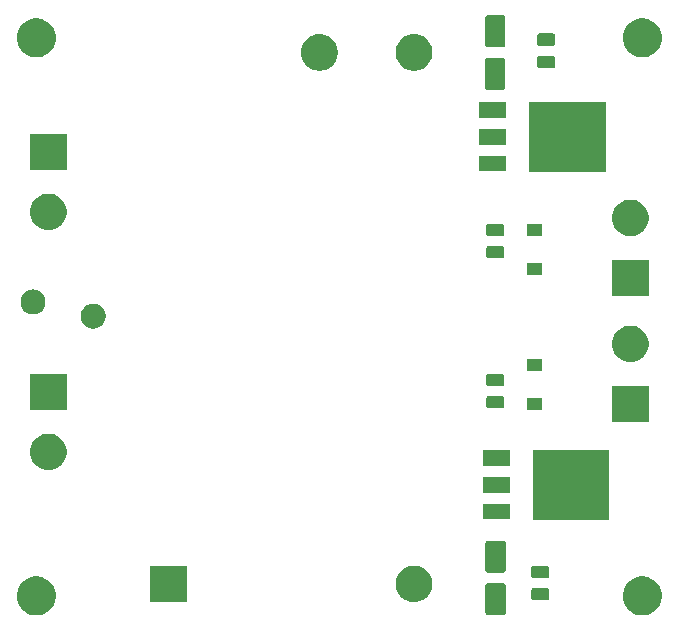
<source format=gbr>
G04 #@! TF.GenerationSoftware,KiCad,Pcbnew,5.1.5-52549c5~84~ubuntu18.04.1*
G04 #@! TF.CreationDate,2020-05-16T16:19:51-04:00*
G04 #@! TF.ProjectId,PWR_SUPPLY,5057525f-5355-4505-904c-592e6b696361,rev?*
G04 #@! TF.SameCoordinates,Original*
G04 #@! TF.FileFunction,Soldermask,Top*
G04 #@! TF.FilePolarity,Negative*
%FSLAX46Y46*%
G04 Gerber Fmt 4.6, Leading zero omitted, Abs format (unit mm)*
G04 Created by KiCad (PCBNEW 5.1.5-52549c5~84~ubuntu18.04.1) date 2020-05-16 16:19:51*
%MOMM*%
%LPD*%
G04 APERTURE LIST*
%ADD10C,0.100000*%
G04 APERTURE END LIST*
D10*
G36*
X165960829Y-114718837D02*
G01*
X166089579Y-114744447D01*
X166277301Y-114822204D01*
X166377216Y-114863590D01*
X166390042Y-114868903D01*
X166660451Y-115049585D01*
X166890415Y-115279549D01*
X167071097Y-115549958D01*
X167175924Y-115803032D01*
X167195553Y-115850422D01*
X167259000Y-116169389D01*
X167259000Y-116494611D01*
X167233804Y-116621277D01*
X167195553Y-116813579D01*
X167071097Y-117114042D01*
X166890415Y-117384451D01*
X166660451Y-117614415D01*
X166390042Y-117795097D01*
X166390041Y-117795098D01*
X166390040Y-117795098D01*
X166302037Y-117831550D01*
X166089579Y-117919553D01*
X165993034Y-117938757D01*
X165770611Y-117983000D01*
X165445389Y-117983000D01*
X165222966Y-117938757D01*
X165126421Y-117919553D01*
X164913963Y-117831550D01*
X164825960Y-117795098D01*
X164825959Y-117795098D01*
X164825958Y-117795097D01*
X164555549Y-117614415D01*
X164325585Y-117384451D01*
X164144903Y-117114042D01*
X164020447Y-116813579D01*
X163982196Y-116621277D01*
X163957000Y-116494611D01*
X163957000Y-116169389D01*
X164020447Y-115850422D01*
X164040077Y-115803032D01*
X164144903Y-115549958D01*
X164325585Y-115279549D01*
X164555549Y-115049585D01*
X164825958Y-114868903D01*
X164838785Y-114863590D01*
X164938699Y-114822204D01*
X165126421Y-114744447D01*
X165255171Y-114718837D01*
X165445389Y-114681000D01*
X165770611Y-114681000D01*
X165960829Y-114718837D01*
G37*
G36*
X114652829Y-114718837D02*
G01*
X114781579Y-114744447D01*
X114969301Y-114822204D01*
X115069216Y-114863590D01*
X115082042Y-114868903D01*
X115352451Y-115049585D01*
X115582415Y-115279549D01*
X115763097Y-115549958D01*
X115867924Y-115803032D01*
X115887553Y-115850422D01*
X115951000Y-116169389D01*
X115951000Y-116494611D01*
X115925804Y-116621277D01*
X115887553Y-116813579D01*
X115763097Y-117114042D01*
X115582415Y-117384451D01*
X115352451Y-117614415D01*
X115082042Y-117795097D01*
X115082041Y-117795098D01*
X115082040Y-117795098D01*
X114994037Y-117831550D01*
X114781579Y-117919553D01*
X114685034Y-117938757D01*
X114462611Y-117983000D01*
X114137389Y-117983000D01*
X113914966Y-117938757D01*
X113818421Y-117919553D01*
X113605963Y-117831550D01*
X113517960Y-117795098D01*
X113517959Y-117795098D01*
X113517958Y-117795097D01*
X113247549Y-117614415D01*
X113017585Y-117384451D01*
X112836903Y-117114042D01*
X112712447Y-116813579D01*
X112674196Y-116621277D01*
X112649000Y-116494611D01*
X112649000Y-116169389D01*
X112712447Y-115850422D01*
X112732077Y-115803032D01*
X112836903Y-115549958D01*
X113017585Y-115279549D01*
X113247549Y-115049585D01*
X113517958Y-114868903D01*
X113530785Y-114863590D01*
X113630699Y-114822204D01*
X113818421Y-114744447D01*
X113947171Y-114718837D01*
X114137389Y-114681000D01*
X114462611Y-114681000D01*
X114652829Y-114718837D01*
G37*
G36*
X153889997Y-115261051D02*
G01*
X153923652Y-115271261D01*
X153954665Y-115287838D01*
X153981851Y-115310149D01*
X154004162Y-115337335D01*
X154020739Y-115368348D01*
X154030949Y-115402003D01*
X154035000Y-115443138D01*
X154035000Y-117772862D01*
X154030949Y-117813997D01*
X154020739Y-117847652D01*
X154004162Y-117878665D01*
X153981851Y-117905851D01*
X153954665Y-117928162D01*
X153923652Y-117944739D01*
X153889997Y-117954949D01*
X153848862Y-117959000D01*
X152519138Y-117959000D01*
X152478003Y-117954949D01*
X152444348Y-117944739D01*
X152413335Y-117928162D01*
X152386149Y-117905851D01*
X152363838Y-117878665D01*
X152347261Y-117847652D01*
X152337051Y-117813997D01*
X152333000Y-117772862D01*
X152333000Y-115443138D01*
X152337051Y-115402003D01*
X152347261Y-115368348D01*
X152363838Y-115337335D01*
X152386149Y-115310149D01*
X152413335Y-115287838D01*
X152444348Y-115271261D01*
X152478003Y-115261051D01*
X152519138Y-115257000D01*
X153848862Y-115257000D01*
X153889997Y-115261051D01*
G37*
G36*
X127027000Y-116867000D02*
G01*
X123925000Y-116867000D01*
X123925000Y-113765000D01*
X127027000Y-113765000D01*
X127027000Y-116867000D01*
G37*
G36*
X146514200Y-113781995D02*
G01*
X146728410Y-113824604D01*
X147010674Y-113941521D01*
X147264705Y-114111259D01*
X147480741Y-114327295D01*
X147650479Y-114581326D01*
X147767396Y-114863590D01*
X147768453Y-114868903D01*
X147827000Y-115163239D01*
X147827000Y-115468761D01*
X147816224Y-115522937D01*
X147767396Y-115768410D01*
X147650479Y-116050674D01*
X147480741Y-116304705D01*
X147264705Y-116520741D01*
X147010674Y-116690479D01*
X146728410Y-116807396D01*
X146578585Y-116837198D01*
X146428761Y-116867000D01*
X146123239Y-116867000D01*
X145973415Y-116837198D01*
X145823590Y-116807396D01*
X145541326Y-116690479D01*
X145287295Y-116520741D01*
X145071259Y-116304705D01*
X144901521Y-116050674D01*
X144784604Y-115768410D01*
X144735776Y-115522937D01*
X144725000Y-115468761D01*
X144725000Y-115163239D01*
X144783547Y-114868903D01*
X144784604Y-114863590D01*
X144901521Y-114581326D01*
X145071259Y-114327295D01*
X145287295Y-114111259D01*
X145541326Y-113941521D01*
X145823590Y-113824604D01*
X146037800Y-113781995D01*
X146123239Y-113765000D01*
X146428761Y-113765000D01*
X146514200Y-113781995D01*
G37*
G36*
X157556468Y-115641065D02*
G01*
X157595138Y-115652796D01*
X157630777Y-115671846D01*
X157662017Y-115697483D01*
X157687654Y-115728723D01*
X157706704Y-115764362D01*
X157718435Y-115803032D01*
X157723000Y-115849388D01*
X157723000Y-116500612D01*
X157718435Y-116546968D01*
X157706704Y-116585638D01*
X157687654Y-116621277D01*
X157662017Y-116652517D01*
X157630777Y-116678154D01*
X157595138Y-116697204D01*
X157556468Y-116708935D01*
X157510112Y-116713500D01*
X156433888Y-116713500D01*
X156387532Y-116708935D01*
X156348862Y-116697204D01*
X156313223Y-116678154D01*
X156281983Y-116652517D01*
X156256346Y-116621277D01*
X156237296Y-116585638D01*
X156225565Y-116546968D01*
X156221000Y-116500612D01*
X156221000Y-115849388D01*
X156225565Y-115803032D01*
X156237296Y-115764362D01*
X156256346Y-115728723D01*
X156281983Y-115697483D01*
X156313223Y-115671846D01*
X156348862Y-115652796D01*
X156387532Y-115641065D01*
X156433888Y-115636500D01*
X157510112Y-115636500D01*
X157556468Y-115641065D01*
G37*
G36*
X157556468Y-113766065D02*
G01*
X157595138Y-113777796D01*
X157630777Y-113796846D01*
X157662017Y-113822483D01*
X157687654Y-113853723D01*
X157706704Y-113889362D01*
X157718435Y-113928032D01*
X157723000Y-113974388D01*
X157723000Y-114625612D01*
X157718435Y-114671968D01*
X157706704Y-114710638D01*
X157687654Y-114746277D01*
X157662017Y-114777517D01*
X157630777Y-114803154D01*
X157595138Y-114822204D01*
X157556468Y-114833935D01*
X157510112Y-114838500D01*
X156433888Y-114838500D01*
X156387532Y-114833935D01*
X156348862Y-114822204D01*
X156313223Y-114803154D01*
X156281983Y-114777517D01*
X156256346Y-114746277D01*
X156237296Y-114710638D01*
X156225565Y-114671968D01*
X156221000Y-114625612D01*
X156221000Y-113974388D01*
X156225565Y-113928032D01*
X156237296Y-113889362D01*
X156256346Y-113853723D01*
X156281983Y-113822483D01*
X156313223Y-113796846D01*
X156348862Y-113777796D01*
X156387532Y-113766065D01*
X156433888Y-113761500D01*
X157510112Y-113761500D01*
X157556468Y-113766065D01*
G37*
G36*
X153889997Y-111661051D02*
G01*
X153923652Y-111671261D01*
X153954665Y-111687838D01*
X153981851Y-111710149D01*
X154004162Y-111737335D01*
X154020739Y-111768348D01*
X154030949Y-111802003D01*
X154035000Y-111843138D01*
X154035000Y-114172862D01*
X154030949Y-114213997D01*
X154020739Y-114247652D01*
X154004162Y-114278665D01*
X153981851Y-114305851D01*
X153954665Y-114328162D01*
X153923652Y-114344739D01*
X153889997Y-114354949D01*
X153848862Y-114359000D01*
X152519138Y-114359000D01*
X152478003Y-114354949D01*
X152444348Y-114344739D01*
X152413335Y-114328162D01*
X152386149Y-114305851D01*
X152363838Y-114278665D01*
X152347261Y-114247652D01*
X152337051Y-114213997D01*
X152333000Y-114172862D01*
X152333000Y-111843138D01*
X152337051Y-111802003D01*
X152347261Y-111768348D01*
X152363838Y-111737335D01*
X152386149Y-111710149D01*
X152413335Y-111687838D01*
X152444348Y-111671261D01*
X152478003Y-111661051D01*
X152519138Y-111657000D01*
X153848862Y-111657000D01*
X153889997Y-111661051D01*
G37*
G36*
X162831000Y-109885000D02*
G01*
X156329000Y-109885000D01*
X156329000Y-103983000D01*
X162831000Y-103983000D01*
X162831000Y-109885000D01*
G37*
G36*
X154431000Y-109865000D02*
G01*
X152129000Y-109865000D01*
X152129000Y-108563000D01*
X154431000Y-108563000D01*
X154431000Y-109865000D01*
G37*
G36*
X154431000Y-107585000D02*
G01*
X152129000Y-107585000D01*
X152129000Y-106283000D01*
X154431000Y-106283000D01*
X154431000Y-107585000D01*
G37*
G36*
X115618585Y-102618802D02*
G01*
X115768410Y-102648604D01*
X116050674Y-102765521D01*
X116304705Y-102935259D01*
X116520741Y-103151295D01*
X116690479Y-103405326D01*
X116807396Y-103687590D01*
X116867000Y-103987240D01*
X116867000Y-104292760D01*
X116807396Y-104592410D01*
X116690479Y-104874674D01*
X116520741Y-105128705D01*
X116304705Y-105344741D01*
X116050674Y-105514479D01*
X115768410Y-105631396D01*
X115618585Y-105661198D01*
X115468761Y-105691000D01*
X115163239Y-105691000D01*
X115013415Y-105661198D01*
X114863590Y-105631396D01*
X114581326Y-105514479D01*
X114327295Y-105344741D01*
X114111259Y-105128705D01*
X113941521Y-104874674D01*
X113824604Y-104592410D01*
X113765000Y-104292760D01*
X113765000Y-103987240D01*
X113824604Y-103687590D01*
X113941521Y-103405326D01*
X114111259Y-103151295D01*
X114327295Y-102935259D01*
X114581326Y-102765521D01*
X114863590Y-102648604D01*
X115013415Y-102618802D01*
X115163239Y-102589000D01*
X115468761Y-102589000D01*
X115618585Y-102618802D01*
G37*
G36*
X154431000Y-105305000D02*
G01*
X152129000Y-105305000D01*
X152129000Y-104003000D01*
X154431000Y-104003000D01*
X154431000Y-105305000D01*
G37*
G36*
X166143000Y-101627000D02*
G01*
X163041000Y-101627000D01*
X163041000Y-98525000D01*
X166143000Y-98525000D01*
X166143000Y-101627000D01*
G37*
G36*
X116867000Y-100611000D02*
G01*
X113765000Y-100611000D01*
X113765000Y-97509000D01*
X116867000Y-97509000D01*
X116867000Y-100611000D01*
G37*
G36*
X157115000Y-100577000D02*
G01*
X155813000Y-100577000D01*
X155813000Y-99575000D01*
X157115000Y-99575000D01*
X157115000Y-100577000D01*
G37*
G36*
X153746468Y-99385065D02*
G01*
X153785138Y-99396796D01*
X153820777Y-99415846D01*
X153852017Y-99441483D01*
X153877654Y-99472723D01*
X153896704Y-99508362D01*
X153908435Y-99547032D01*
X153913000Y-99593388D01*
X153913000Y-100244612D01*
X153908435Y-100290968D01*
X153896704Y-100329638D01*
X153877654Y-100365277D01*
X153852017Y-100396517D01*
X153820777Y-100422154D01*
X153785138Y-100441204D01*
X153746468Y-100452935D01*
X153700112Y-100457500D01*
X152623888Y-100457500D01*
X152577532Y-100452935D01*
X152538862Y-100441204D01*
X152503223Y-100422154D01*
X152471983Y-100396517D01*
X152446346Y-100365277D01*
X152427296Y-100329638D01*
X152415565Y-100290968D01*
X152411000Y-100244612D01*
X152411000Y-99593388D01*
X152415565Y-99547032D01*
X152427296Y-99508362D01*
X152446346Y-99472723D01*
X152471983Y-99441483D01*
X152503223Y-99415846D01*
X152538862Y-99396796D01*
X152577532Y-99385065D01*
X152623888Y-99380500D01*
X153700112Y-99380500D01*
X153746468Y-99385065D01*
G37*
G36*
X153746468Y-97510065D02*
G01*
X153785138Y-97521796D01*
X153820777Y-97540846D01*
X153852017Y-97566483D01*
X153877654Y-97597723D01*
X153896704Y-97633362D01*
X153908435Y-97672032D01*
X153913000Y-97718388D01*
X153913000Y-98369612D01*
X153908435Y-98415968D01*
X153896704Y-98454638D01*
X153877654Y-98490277D01*
X153852017Y-98521517D01*
X153820777Y-98547154D01*
X153785138Y-98566204D01*
X153746468Y-98577935D01*
X153700112Y-98582500D01*
X152623888Y-98582500D01*
X152577532Y-98577935D01*
X152538862Y-98566204D01*
X152503223Y-98547154D01*
X152471983Y-98521517D01*
X152446346Y-98490277D01*
X152427296Y-98454638D01*
X152415565Y-98415968D01*
X152411000Y-98369612D01*
X152411000Y-97718388D01*
X152415565Y-97672032D01*
X152427296Y-97633362D01*
X152446346Y-97597723D01*
X152471983Y-97566483D01*
X152503223Y-97540846D01*
X152538862Y-97521796D01*
X152577532Y-97510065D01*
X152623888Y-97505500D01*
X153700112Y-97505500D01*
X153746468Y-97510065D01*
G37*
G36*
X157115000Y-97277000D02*
G01*
X155813000Y-97277000D01*
X155813000Y-96275000D01*
X157115000Y-96275000D01*
X157115000Y-97277000D01*
G37*
G36*
X164894585Y-93474802D02*
G01*
X165044410Y-93504604D01*
X165326674Y-93621521D01*
X165580705Y-93791259D01*
X165796741Y-94007295D01*
X165966479Y-94261326D01*
X166083396Y-94543590D01*
X166143000Y-94843240D01*
X166143000Y-95148760D01*
X166083396Y-95448410D01*
X165966479Y-95730674D01*
X165796741Y-95984705D01*
X165580705Y-96200741D01*
X165326674Y-96370479D01*
X165044410Y-96487396D01*
X164894585Y-96517198D01*
X164744761Y-96547000D01*
X164439239Y-96547000D01*
X164289415Y-96517198D01*
X164139590Y-96487396D01*
X163857326Y-96370479D01*
X163603295Y-96200741D01*
X163387259Y-95984705D01*
X163217521Y-95730674D01*
X163100604Y-95448410D01*
X163041000Y-95148760D01*
X163041000Y-94843240D01*
X163100604Y-94543590D01*
X163217521Y-94261326D01*
X163387259Y-94007295D01*
X163603295Y-93791259D01*
X163857326Y-93621521D01*
X164139590Y-93504604D01*
X164289415Y-93474802D01*
X164439239Y-93445000D01*
X164744761Y-93445000D01*
X164894585Y-93474802D01*
G37*
G36*
X119332016Y-91604291D02*
G01*
X119434024Y-91624581D01*
X119626204Y-91704185D01*
X119799161Y-91819751D01*
X119946249Y-91966839D01*
X120061815Y-92139796D01*
X120141419Y-92331976D01*
X120182000Y-92535993D01*
X120182000Y-92744007D01*
X120141419Y-92948024D01*
X120061815Y-93140204D01*
X119946249Y-93313161D01*
X119799161Y-93460249D01*
X119626204Y-93575815D01*
X119434024Y-93655419D01*
X119332015Y-93675710D01*
X119230008Y-93696000D01*
X119021992Y-93696000D01*
X118919985Y-93675710D01*
X118817976Y-93655419D01*
X118625796Y-93575815D01*
X118452839Y-93460249D01*
X118305751Y-93313161D01*
X118190185Y-93140204D01*
X118110581Y-92948024D01*
X118070000Y-92744007D01*
X118070000Y-92535993D01*
X118110581Y-92331976D01*
X118190185Y-92139796D01*
X118305751Y-91966839D01*
X118452839Y-91819751D01*
X118625796Y-91704185D01*
X118817976Y-91624581D01*
X118919984Y-91604291D01*
X119021992Y-91584000D01*
X119230008Y-91584000D01*
X119332016Y-91604291D01*
G37*
G36*
X114232015Y-90404290D02*
G01*
X114334024Y-90424581D01*
X114526204Y-90504185D01*
X114699161Y-90619751D01*
X114846249Y-90766839D01*
X114961815Y-90939796D01*
X115041419Y-91131976D01*
X115082000Y-91335993D01*
X115082000Y-91544007D01*
X115041419Y-91748024D01*
X114961815Y-91940204D01*
X114846249Y-92113161D01*
X114699161Y-92260249D01*
X114526204Y-92375815D01*
X114334024Y-92455419D01*
X114232015Y-92475710D01*
X114130008Y-92496000D01*
X113921992Y-92496000D01*
X113819984Y-92475709D01*
X113717976Y-92455419D01*
X113525796Y-92375815D01*
X113352839Y-92260249D01*
X113205751Y-92113161D01*
X113090185Y-91940204D01*
X113010581Y-91748024D01*
X112970000Y-91544007D01*
X112970000Y-91335993D01*
X113010581Y-91131976D01*
X113090185Y-90939796D01*
X113205751Y-90766839D01*
X113352839Y-90619751D01*
X113525796Y-90504185D01*
X113717976Y-90424581D01*
X113819984Y-90404291D01*
X113921992Y-90384000D01*
X114130008Y-90384000D01*
X114232015Y-90404290D01*
G37*
G36*
X166143000Y-90959000D02*
G01*
X163041000Y-90959000D01*
X163041000Y-87857000D01*
X166143000Y-87857000D01*
X166143000Y-90959000D01*
G37*
G36*
X157115000Y-89145000D02*
G01*
X155813000Y-89145000D01*
X155813000Y-88143000D01*
X157115000Y-88143000D01*
X157115000Y-89145000D01*
G37*
G36*
X153746468Y-86685065D02*
G01*
X153785138Y-86696796D01*
X153820777Y-86715846D01*
X153852017Y-86741483D01*
X153877654Y-86772723D01*
X153896704Y-86808362D01*
X153908435Y-86847032D01*
X153913000Y-86893388D01*
X153913000Y-87544612D01*
X153908435Y-87590968D01*
X153896704Y-87629638D01*
X153877654Y-87665277D01*
X153852017Y-87696517D01*
X153820777Y-87722154D01*
X153785138Y-87741204D01*
X153746468Y-87752935D01*
X153700112Y-87757500D01*
X152623888Y-87757500D01*
X152577532Y-87752935D01*
X152538862Y-87741204D01*
X152503223Y-87722154D01*
X152471983Y-87696517D01*
X152446346Y-87665277D01*
X152427296Y-87629638D01*
X152415565Y-87590968D01*
X152411000Y-87544612D01*
X152411000Y-86893388D01*
X152415565Y-86847032D01*
X152427296Y-86808362D01*
X152446346Y-86772723D01*
X152471983Y-86741483D01*
X152503223Y-86715846D01*
X152538862Y-86696796D01*
X152577532Y-86685065D01*
X152623888Y-86680500D01*
X153700112Y-86680500D01*
X153746468Y-86685065D01*
G37*
G36*
X153746468Y-84810065D02*
G01*
X153785138Y-84821796D01*
X153820777Y-84840846D01*
X153852017Y-84866483D01*
X153877654Y-84897723D01*
X153896704Y-84933362D01*
X153908435Y-84972032D01*
X153913000Y-85018388D01*
X153913000Y-85669612D01*
X153908435Y-85715968D01*
X153896704Y-85754638D01*
X153877654Y-85790277D01*
X153852017Y-85821517D01*
X153820777Y-85847154D01*
X153785138Y-85866204D01*
X153746468Y-85877935D01*
X153700112Y-85882500D01*
X152623888Y-85882500D01*
X152577532Y-85877935D01*
X152538862Y-85866204D01*
X152503223Y-85847154D01*
X152471983Y-85821517D01*
X152446346Y-85790277D01*
X152427296Y-85754638D01*
X152415565Y-85715968D01*
X152411000Y-85669612D01*
X152411000Y-85018388D01*
X152415565Y-84972032D01*
X152427296Y-84933362D01*
X152446346Y-84897723D01*
X152471983Y-84866483D01*
X152503223Y-84840846D01*
X152538862Y-84821796D01*
X152577532Y-84810065D01*
X152623888Y-84805500D01*
X153700112Y-84805500D01*
X153746468Y-84810065D01*
G37*
G36*
X164894585Y-82806802D02*
G01*
X165044410Y-82836604D01*
X165326674Y-82953521D01*
X165580705Y-83123259D01*
X165796741Y-83339295D01*
X165966479Y-83593326D01*
X166083396Y-83875590D01*
X166143000Y-84175240D01*
X166143000Y-84480760D01*
X166083396Y-84780410D01*
X165966479Y-85062674D01*
X165796741Y-85316705D01*
X165580705Y-85532741D01*
X165326674Y-85702479D01*
X165044410Y-85819396D01*
X164955290Y-85837123D01*
X164744761Y-85879000D01*
X164439239Y-85879000D01*
X164228710Y-85837123D01*
X164139590Y-85819396D01*
X163857326Y-85702479D01*
X163603295Y-85532741D01*
X163387259Y-85316705D01*
X163217521Y-85062674D01*
X163100604Y-84780410D01*
X163041000Y-84480760D01*
X163041000Y-84175240D01*
X163100604Y-83875590D01*
X163217521Y-83593326D01*
X163387259Y-83339295D01*
X163603295Y-83123259D01*
X163857326Y-82953521D01*
X164139590Y-82836604D01*
X164289415Y-82806802D01*
X164439239Y-82777000D01*
X164744761Y-82777000D01*
X164894585Y-82806802D01*
G37*
G36*
X157115000Y-85845000D02*
G01*
X155813000Y-85845000D01*
X155813000Y-84843000D01*
X157115000Y-84843000D01*
X157115000Y-85845000D01*
G37*
G36*
X115618585Y-82298802D02*
G01*
X115768410Y-82328604D01*
X116050674Y-82445521D01*
X116304705Y-82615259D01*
X116520741Y-82831295D01*
X116690479Y-83085326D01*
X116807396Y-83367590D01*
X116867000Y-83667240D01*
X116867000Y-83972760D01*
X116807396Y-84272410D01*
X116690479Y-84554674D01*
X116520741Y-84808705D01*
X116304705Y-85024741D01*
X116050674Y-85194479D01*
X115768410Y-85311396D01*
X115618585Y-85341198D01*
X115468761Y-85371000D01*
X115163239Y-85371000D01*
X115013415Y-85341198D01*
X114863590Y-85311396D01*
X114581326Y-85194479D01*
X114327295Y-85024741D01*
X114111259Y-84808705D01*
X113941521Y-84554674D01*
X113824604Y-84272410D01*
X113765000Y-83972760D01*
X113765000Y-83667240D01*
X113824604Y-83367590D01*
X113941521Y-83085326D01*
X114111259Y-82831295D01*
X114327295Y-82615259D01*
X114581326Y-82445521D01*
X114863590Y-82328604D01*
X115013415Y-82298802D01*
X115163239Y-82269000D01*
X115468761Y-82269000D01*
X115618585Y-82298802D01*
G37*
G36*
X162509000Y-80421000D02*
G01*
X156007000Y-80421000D01*
X156007000Y-74519000D01*
X162509000Y-74519000D01*
X162509000Y-80421000D01*
G37*
G36*
X154109000Y-80401000D02*
G01*
X151807000Y-80401000D01*
X151807000Y-79099000D01*
X154109000Y-79099000D01*
X154109000Y-80401000D01*
G37*
G36*
X116867000Y-80291000D02*
G01*
X113765000Y-80291000D01*
X113765000Y-77189000D01*
X116867000Y-77189000D01*
X116867000Y-80291000D01*
G37*
G36*
X154109000Y-78121000D02*
G01*
X151807000Y-78121000D01*
X151807000Y-76819000D01*
X154109000Y-76819000D01*
X154109000Y-78121000D01*
G37*
G36*
X154109000Y-75841000D02*
G01*
X151807000Y-75841000D01*
X151807000Y-74539000D01*
X154109000Y-74539000D01*
X154109000Y-75841000D01*
G37*
G36*
X153867997Y-70789051D02*
G01*
X153901652Y-70799261D01*
X153932665Y-70815838D01*
X153959851Y-70838149D01*
X153982162Y-70865335D01*
X153998739Y-70896348D01*
X154008949Y-70930003D01*
X154013000Y-70971138D01*
X154013000Y-73300862D01*
X154008949Y-73341997D01*
X153998739Y-73375652D01*
X153982162Y-73406665D01*
X153959851Y-73433851D01*
X153932665Y-73456162D01*
X153901652Y-73472739D01*
X153867997Y-73482949D01*
X153826862Y-73487000D01*
X152497138Y-73487000D01*
X152456003Y-73482949D01*
X152422348Y-73472739D01*
X152391335Y-73456162D01*
X152364149Y-73433851D01*
X152341838Y-73406665D01*
X152325261Y-73375652D01*
X152315051Y-73341997D01*
X152311000Y-73300862D01*
X152311000Y-70971138D01*
X152315051Y-70930003D01*
X152325261Y-70896348D01*
X152341838Y-70865335D01*
X152364149Y-70838149D01*
X152391335Y-70815838D01*
X152422348Y-70799261D01*
X152456003Y-70789051D01*
X152497138Y-70785000D01*
X153826862Y-70785000D01*
X153867997Y-70789051D01*
G37*
G36*
X138531122Y-68785361D02*
G01*
X138728410Y-68824604D01*
X139010674Y-68941521D01*
X139264705Y-69111259D01*
X139480741Y-69327295D01*
X139650479Y-69581326D01*
X139767396Y-69863590D01*
X139797198Y-70013415D01*
X139827000Y-70163239D01*
X139827000Y-70468761D01*
X139801333Y-70597796D01*
X139767396Y-70768410D01*
X139650479Y-71050674D01*
X139480741Y-71304705D01*
X139264705Y-71520741D01*
X139010674Y-71690479D01*
X138728410Y-71807396D01*
X138578585Y-71837198D01*
X138428761Y-71867000D01*
X138123239Y-71867000D01*
X137973415Y-71837198D01*
X137823590Y-71807396D01*
X137541326Y-71690479D01*
X137287295Y-71520741D01*
X137071259Y-71304705D01*
X136901521Y-71050674D01*
X136784604Y-70768410D01*
X136750667Y-70597796D01*
X136725000Y-70468761D01*
X136725000Y-70163239D01*
X136754802Y-70013415D01*
X136784604Y-69863590D01*
X136901521Y-69581326D01*
X137071259Y-69327295D01*
X137287295Y-69111259D01*
X137541326Y-68941521D01*
X137823590Y-68824604D01*
X138020878Y-68785361D01*
X138123239Y-68765000D01*
X138428761Y-68765000D01*
X138531122Y-68785361D01*
G37*
G36*
X146531122Y-68785361D02*
G01*
X146728410Y-68824604D01*
X147010674Y-68941521D01*
X147264705Y-69111259D01*
X147480741Y-69327295D01*
X147650479Y-69581326D01*
X147767396Y-69863590D01*
X147797198Y-70013415D01*
X147827000Y-70163239D01*
X147827000Y-70468761D01*
X147801333Y-70597796D01*
X147767396Y-70768410D01*
X147650479Y-71050674D01*
X147480741Y-71304705D01*
X147264705Y-71520741D01*
X147010674Y-71690479D01*
X146728410Y-71807396D01*
X146578585Y-71837198D01*
X146428761Y-71867000D01*
X146123239Y-71867000D01*
X145973415Y-71837198D01*
X145823590Y-71807396D01*
X145541326Y-71690479D01*
X145287295Y-71520741D01*
X145071259Y-71304705D01*
X144901521Y-71050674D01*
X144784604Y-70768410D01*
X144750667Y-70597796D01*
X144725000Y-70468761D01*
X144725000Y-70163239D01*
X144754802Y-70013415D01*
X144784604Y-69863590D01*
X144901521Y-69581326D01*
X145071259Y-69327295D01*
X145287295Y-69111259D01*
X145541326Y-68941521D01*
X145823590Y-68824604D01*
X146020878Y-68785361D01*
X146123239Y-68765000D01*
X146428761Y-68765000D01*
X146531122Y-68785361D01*
G37*
G36*
X158064468Y-70586065D02*
G01*
X158103138Y-70597796D01*
X158138777Y-70616846D01*
X158170017Y-70642483D01*
X158195654Y-70673723D01*
X158214704Y-70709362D01*
X158226435Y-70748032D01*
X158231000Y-70794388D01*
X158231000Y-71445612D01*
X158226435Y-71491968D01*
X158214704Y-71530638D01*
X158195654Y-71566277D01*
X158170017Y-71597517D01*
X158138777Y-71623154D01*
X158103138Y-71642204D01*
X158064468Y-71653935D01*
X158018112Y-71658500D01*
X156941888Y-71658500D01*
X156895532Y-71653935D01*
X156856862Y-71642204D01*
X156821223Y-71623154D01*
X156789983Y-71597517D01*
X156764346Y-71566277D01*
X156745296Y-71530638D01*
X156733565Y-71491968D01*
X156729000Y-71445612D01*
X156729000Y-70794388D01*
X156733565Y-70748032D01*
X156745296Y-70709362D01*
X156764346Y-70673723D01*
X156789983Y-70642483D01*
X156821223Y-70616846D01*
X156856862Y-70597796D01*
X156895532Y-70586065D01*
X156941888Y-70581500D01*
X158018112Y-70581500D01*
X158064468Y-70586065D01*
G37*
G36*
X165983256Y-67479298D02*
G01*
X166089579Y-67500447D01*
X166390042Y-67624903D01*
X166660451Y-67805585D01*
X166890415Y-68035549D01*
X166890416Y-68035551D01*
X167071098Y-68305960D01*
X167195553Y-68606422D01*
X167239263Y-68826163D01*
X167259000Y-68925391D01*
X167259000Y-69250609D01*
X167195553Y-69569579D01*
X167071097Y-69870042D01*
X166890415Y-70140451D01*
X166660451Y-70370415D01*
X166390042Y-70551097D01*
X166089579Y-70675553D01*
X165983256Y-70696702D01*
X165770611Y-70739000D01*
X165445389Y-70739000D01*
X165232744Y-70696702D01*
X165126421Y-70675553D01*
X164825958Y-70551097D01*
X164555549Y-70370415D01*
X164325585Y-70140451D01*
X164144903Y-69870042D01*
X164020447Y-69569579D01*
X163957000Y-69250609D01*
X163957000Y-68925391D01*
X163976738Y-68826163D01*
X164020447Y-68606422D01*
X164144902Y-68305960D01*
X164325584Y-68035551D01*
X164325585Y-68035549D01*
X164555549Y-67805585D01*
X164825958Y-67624903D01*
X165126421Y-67500447D01*
X165232744Y-67479298D01*
X165445389Y-67437000D01*
X165770611Y-67437000D01*
X165983256Y-67479298D01*
G37*
G36*
X114675256Y-67479298D02*
G01*
X114781579Y-67500447D01*
X115082042Y-67624903D01*
X115352451Y-67805585D01*
X115582415Y-68035549D01*
X115582416Y-68035551D01*
X115763098Y-68305960D01*
X115887553Y-68606422D01*
X115931263Y-68826163D01*
X115951000Y-68925391D01*
X115951000Y-69250609D01*
X115887553Y-69569579D01*
X115763097Y-69870042D01*
X115582415Y-70140451D01*
X115352451Y-70370415D01*
X115082042Y-70551097D01*
X114781579Y-70675553D01*
X114675256Y-70696702D01*
X114462611Y-70739000D01*
X114137389Y-70739000D01*
X113924744Y-70696702D01*
X113818421Y-70675553D01*
X113517958Y-70551097D01*
X113247549Y-70370415D01*
X113017585Y-70140451D01*
X112836903Y-69870042D01*
X112712447Y-69569579D01*
X112649000Y-69250609D01*
X112649000Y-68925391D01*
X112668738Y-68826163D01*
X112712447Y-68606422D01*
X112836902Y-68305960D01*
X113017584Y-68035551D01*
X113017585Y-68035549D01*
X113247549Y-67805585D01*
X113517958Y-67624903D01*
X113818421Y-67500447D01*
X113924744Y-67479298D01*
X114137389Y-67437000D01*
X114462611Y-67437000D01*
X114675256Y-67479298D01*
G37*
G36*
X153867997Y-67189051D02*
G01*
X153901652Y-67199261D01*
X153932665Y-67215838D01*
X153959851Y-67238149D01*
X153982162Y-67265335D01*
X153998739Y-67296348D01*
X154008949Y-67330003D01*
X154013000Y-67371138D01*
X154013000Y-69700862D01*
X154008949Y-69741997D01*
X153998739Y-69775652D01*
X153982162Y-69806665D01*
X153959851Y-69833851D01*
X153932665Y-69856162D01*
X153901652Y-69872739D01*
X153867997Y-69882949D01*
X153826862Y-69887000D01*
X152497138Y-69887000D01*
X152456003Y-69882949D01*
X152422348Y-69872739D01*
X152391335Y-69856162D01*
X152364149Y-69833851D01*
X152341838Y-69806665D01*
X152325261Y-69775652D01*
X152315051Y-69741997D01*
X152311000Y-69700862D01*
X152311000Y-67371138D01*
X152315051Y-67330003D01*
X152325261Y-67296348D01*
X152341838Y-67265335D01*
X152364149Y-67238149D01*
X152391335Y-67215838D01*
X152422348Y-67199261D01*
X152456003Y-67189051D01*
X152497138Y-67185000D01*
X153826862Y-67185000D01*
X153867997Y-67189051D01*
G37*
G36*
X158064468Y-68711065D02*
G01*
X158103138Y-68722796D01*
X158138777Y-68741846D01*
X158170017Y-68767483D01*
X158195654Y-68798723D01*
X158214704Y-68834362D01*
X158226435Y-68873032D01*
X158231000Y-68919388D01*
X158231000Y-69570612D01*
X158226435Y-69616968D01*
X158214704Y-69655638D01*
X158195654Y-69691277D01*
X158170017Y-69722517D01*
X158138777Y-69748154D01*
X158103138Y-69767204D01*
X158064468Y-69778935D01*
X158018112Y-69783500D01*
X156941888Y-69783500D01*
X156895532Y-69778935D01*
X156856862Y-69767204D01*
X156821223Y-69748154D01*
X156789983Y-69722517D01*
X156764346Y-69691277D01*
X156745296Y-69655638D01*
X156733565Y-69616968D01*
X156729000Y-69570612D01*
X156729000Y-68919388D01*
X156733565Y-68873032D01*
X156745296Y-68834362D01*
X156764346Y-68798723D01*
X156789983Y-68767483D01*
X156821223Y-68741846D01*
X156856862Y-68722796D01*
X156895532Y-68711065D01*
X156941888Y-68706500D01*
X158018112Y-68706500D01*
X158064468Y-68711065D01*
G37*
M02*

</source>
